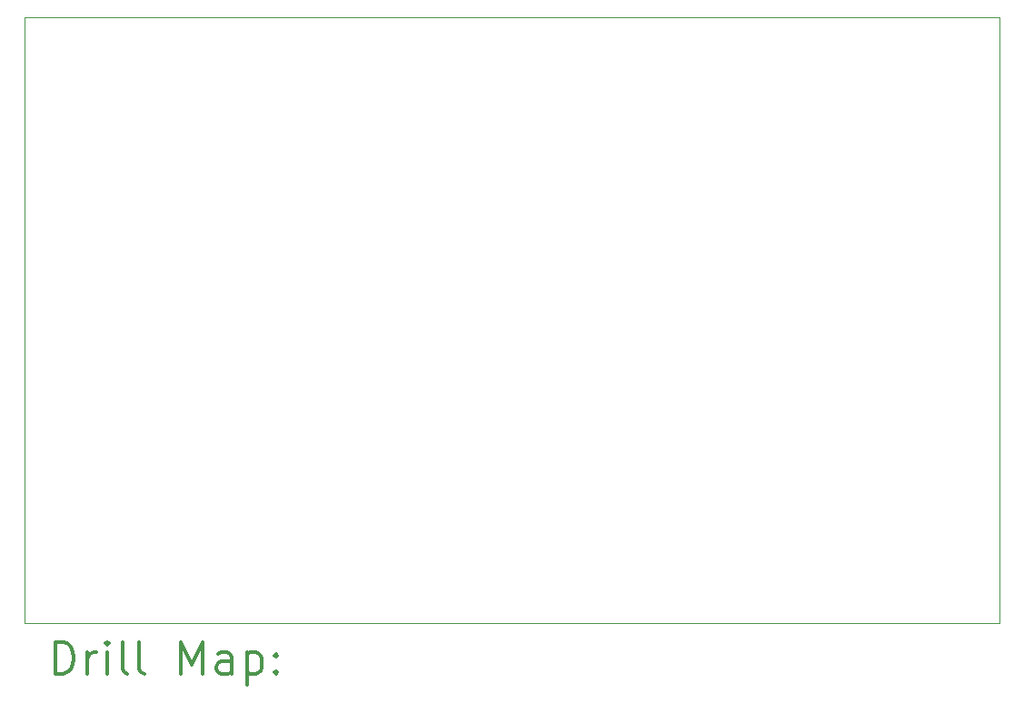
<source format=gbr>
%FSLAX45Y45*%
G04 Gerber Fmt 4.5, Leading zero omitted, Abs format (unit mm)*
G04 Created by KiCad (PCBNEW (5.1.5)-3) date 2023-05-28 15:04:28*
%MOMM*%
%LPD*%
G04 APERTURE LIST*
%TA.AperFunction,Profile*%
%ADD10C,0.100000*%
%TD*%
%ADD11C,0.200000*%
%ADD12C,0.300000*%
G04 APERTURE END LIST*
D10*
X12509500Y8572500D02*
X12509500Y2921000D01*
X3429000Y8572500D02*
X12509500Y8572500D01*
X3429000Y2921000D02*
X3429000Y8572500D01*
X12509500Y2921000D02*
X3429000Y2921000D01*
D11*
D12*
X3710428Y2450286D02*
X3710428Y2750286D01*
X3781857Y2750286D01*
X3824714Y2736000D01*
X3853286Y2707428D01*
X3867571Y2678857D01*
X3881857Y2621714D01*
X3881857Y2578857D01*
X3867571Y2521714D01*
X3853286Y2493143D01*
X3824714Y2464571D01*
X3781857Y2450286D01*
X3710428Y2450286D01*
X4010428Y2450286D02*
X4010428Y2650286D01*
X4010428Y2593143D02*
X4024714Y2621714D01*
X4039000Y2636000D01*
X4067571Y2650286D01*
X4096143Y2650286D01*
X4196143Y2450286D02*
X4196143Y2650286D01*
X4196143Y2750286D02*
X4181857Y2736000D01*
X4196143Y2721714D01*
X4210428Y2736000D01*
X4196143Y2750286D01*
X4196143Y2721714D01*
X4381857Y2450286D02*
X4353286Y2464571D01*
X4339000Y2493143D01*
X4339000Y2750286D01*
X4539000Y2450286D02*
X4510428Y2464571D01*
X4496143Y2493143D01*
X4496143Y2750286D01*
X4881857Y2450286D02*
X4881857Y2750286D01*
X4981857Y2536000D01*
X5081857Y2750286D01*
X5081857Y2450286D01*
X5353286Y2450286D02*
X5353286Y2607428D01*
X5339000Y2636000D01*
X5310428Y2650286D01*
X5253286Y2650286D01*
X5224714Y2636000D01*
X5353286Y2464571D02*
X5324714Y2450286D01*
X5253286Y2450286D01*
X5224714Y2464571D01*
X5210428Y2493143D01*
X5210428Y2521714D01*
X5224714Y2550286D01*
X5253286Y2564571D01*
X5324714Y2564571D01*
X5353286Y2578857D01*
X5496143Y2650286D02*
X5496143Y2350286D01*
X5496143Y2636000D02*
X5524714Y2650286D01*
X5581857Y2650286D01*
X5610428Y2636000D01*
X5624714Y2621714D01*
X5639000Y2593143D01*
X5639000Y2507428D01*
X5624714Y2478857D01*
X5610428Y2464571D01*
X5581857Y2450286D01*
X5524714Y2450286D01*
X5496143Y2464571D01*
X5767571Y2478857D02*
X5781857Y2464571D01*
X5767571Y2450286D01*
X5753286Y2464571D01*
X5767571Y2478857D01*
X5767571Y2450286D01*
X5767571Y2636000D02*
X5781857Y2621714D01*
X5767571Y2607428D01*
X5753286Y2621714D01*
X5767571Y2636000D01*
X5767571Y2607428D01*
M02*

</source>
